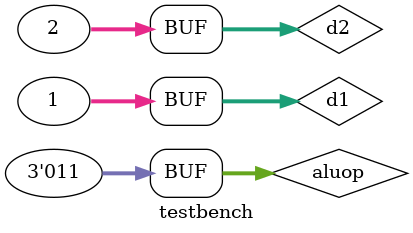
<source format=v>
module ALU(input [31:0] data1,data2,input [2:0] aluoperation,output reg [31:0] result,output reg zero,lt,gt);

  always@(aluoperation,data1,data2)
  begin
    case (aluoperation)
      3'b000 : result = data1 + data2; // ADD
      3'b001 : result = data1 - data2; // SUB
      3'b010 : result = data1 & data2; // AND
      3'b011 : result = data1 | data2; // OR
      3'b100 : result = (data1 > data2) ? 32'd1 : 32'd0;
      default : result = data1 + data2; // ADD
    endcase
    

    gt = (data1>data2) ? 1'b1 : 1'b0;
    lt = (data1>data2) ? 1'b0 : 1'b1; 
    zero = (result==32'd0) ? 1'b1 : 1'b0;      
  end
  

endmodule

module testbench;
  
  reg [31:0] d1,d2;  /* d1=data1, d2=data2 */
  reg [2:0] aluop;   /* aluop=aluoperation */
  
  wire [31:0] r; /* r=result */
  wire gt,lt,z; /* z=zero */
  
  ALU u0(d1, d2, aluop, r, z, lt, gt);
  
  initial begin
    
    #5
    d1=31'd1;
    d2=31'd2;
    aluop=4'b0000;
    
    #20
    aluop=4'b0011;
  end
  
  initial repeat(1000)#2 d1=d1+1;
  
endmodule

</source>
